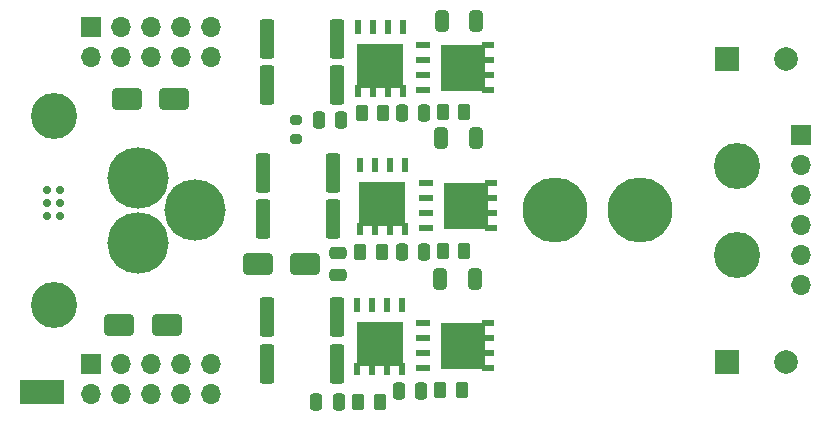
<source format=gts>
%TF.GenerationSoftware,KiCad,Pcbnew,8.0.1*%
%TF.CreationDate,2024-08-04T15:08:54+01:00*%
%TF.ProjectId,driver_module,64726976-6572-45f6-9d6f-64756c652e6b,1*%
%TF.SameCoordinates,Original*%
%TF.FileFunction,Soldermask,Top*%
%TF.FilePolarity,Negative*%
%FSLAX46Y46*%
G04 Gerber Fmt 4.6, Leading zero omitted, Abs format (unit mm)*
G04 Created by KiCad (PCBNEW 8.0.1) date 2024-08-04 15:08:54*
%MOMM*%
%LPD*%
G01*
G04 APERTURE LIST*
G04 Aperture macros list*
%AMRoundRect*
0 Rectangle with rounded corners*
0 $1 Rounding radius*
0 $2 $3 $4 $5 $6 $7 $8 $9 X,Y pos of 4 corners*
0 Add a 4 corners polygon primitive as box body*
4,1,4,$2,$3,$4,$5,$6,$7,$8,$9,$2,$3,0*
0 Add four circle primitives for the rounded corners*
1,1,$1+$1,$2,$3*
1,1,$1+$1,$4,$5*
1,1,$1+$1,$6,$7*
1,1,$1+$1,$8,$9*
0 Add four rect primitives between the rounded corners*
20,1,$1+$1,$2,$3,$4,$5,0*
20,1,$1+$1,$4,$5,$6,$7,0*
20,1,$1+$1,$6,$7,$8,$9,0*
20,1,$1+$1,$8,$9,$2,$3,0*%
G04 Aperture macros list end*
%ADD10C,3.900000*%
%ADD11R,2.000000X2.000000*%
%ADD12C,2.000000*%
%ADD13RoundRect,0.250000X0.262500X0.450000X-0.262500X0.450000X-0.262500X-0.450000X0.262500X-0.450000X0*%
%ADD14RoundRect,0.200000X-0.275000X0.200000X-0.275000X-0.200000X0.275000X-0.200000X0.275000X0.200000X0*%
%ADD15RoundRect,0.250000X0.250000X0.475000X-0.250000X0.475000X-0.250000X-0.475000X0.250000X-0.475000X0*%
%ADD16RoundRect,0.250000X1.000000X0.650000X-1.000000X0.650000X-1.000000X-0.650000X1.000000X-0.650000X0*%
%ADD17RoundRect,0.250000X0.325000X0.650000X-0.325000X0.650000X-0.325000X-0.650000X0.325000X-0.650000X0*%
%ADD18R,0.610000X1.270000*%
%ADD19R,3.910000X3.810000*%
%ADD20R,0.610000X1.020000*%
%ADD21C,5.500000*%
%ADD22C,5.200000*%
%ADD23R,1.270000X0.610000*%
%ADD24R,3.810000X3.910000*%
%ADD25R,1.020000X0.610000*%
%ADD26RoundRect,0.250000X0.362500X1.425000X-0.362500X1.425000X-0.362500X-1.425000X0.362500X-1.425000X0*%
%ADD27RoundRect,0.250000X-0.475000X0.250000X-0.475000X-0.250000X0.475000X-0.250000X0.475000X0.250000X0*%
%ADD28R,3.800000X2.000000*%
%ADD29RoundRect,0.250000X-1.000000X-0.650000X1.000000X-0.650000X1.000000X0.650000X-1.000000X0.650000X0*%
%ADD30R,1.700000X1.700000*%
%ADD31O,1.700000X1.700000*%
%ADD32C,0.700000*%
G04 APERTURE END LIST*
D10*
%TO.C,H1*%
X175300000Y-103800000D03*
%TD*%
D11*
%TO.C,C6*%
X174500000Y-87200000D03*
D12*
X179500000Y-87200000D03*
%TD*%
D13*
%TO.C,R86*%
X152032450Y-115241269D03*
X150207450Y-115241269D03*
%TD*%
D14*
%TO.C,TH1*%
X138009999Y-92300000D03*
X138009999Y-93950000D03*
%TD*%
D15*
%TO.C,C106*%
X148818732Y-103519951D03*
X146918732Y-103519951D03*
%TD*%
D16*
%TO.C,D9*%
X127696268Y-90540050D03*
X123696268Y-90540050D03*
%TD*%
D17*
%TO.C,C77*%
X153109950Y-105816268D03*
X150159950Y-105816268D03*
%TD*%
D10*
%TO.C,H6*%
X117500000Y-108000000D03*
%TD*%
%TO.C,H7*%
X175300000Y-96200000D03*
%TD*%
D13*
%TO.C,R91*%
X152243768Y-103400051D03*
X150418768Y-103400051D03*
%TD*%
D18*
%TO.C,AL2*%
X146989950Y-107966767D03*
X145719950Y-107966767D03*
X144449950Y-107966767D03*
X143179950Y-107966767D03*
D19*
X145084950Y-111326767D03*
D20*
X146989950Y-113431767D03*
X145719950Y-113431767D03*
X144449950Y-113431767D03*
X143179950Y-113431767D03*
%TD*%
D21*
%TO.C,J21*%
X159900000Y-100000000D03*
X167100000Y-100000000D03*
%TD*%
D15*
%TO.C,C101*%
X148591269Y-115250050D03*
X146691269Y-115250050D03*
%TD*%
D10*
%TO.C,H5*%
X117500000Y-92000000D03*
%TD*%
D13*
%TO.C,R88*%
X152221232Y-91679950D03*
X150396232Y-91679950D03*
%TD*%
D22*
%TO.C,J19*%
X124650000Y-97250000D03*
X124650000Y-102750000D03*
X129410000Y-100000000D03*
%TD*%
D18*
%TO.C,BL2*%
X147189948Y-96126268D03*
X145919948Y-96126268D03*
X144649948Y-96126268D03*
X143379948Y-96126268D03*
D19*
X145284948Y-99486268D03*
D20*
X147189948Y-101591268D03*
X145919948Y-101591268D03*
X144649948Y-101591268D03*
X143379948Y-101591268D03*
%TD*%
D15*
%TO.C,C102*%
X141608731Y-116249950D03*
X139708731Y-116249950D03*
%TD*%
D23*
%TO.C,BH2*%
X149014950Y-97691268D03*
X149014950Y-98961268D03*
X149014950Y-100231268D03*
X149014950Y-101501268D03*
D24*
X152374950Y-99596268D03*
D25*
X154479950Y-97691268D03*
X154479950Y-98961268D03*
X154479950Y-100231268D03*
X154479950Y-101501268D03*
%TD*%
D23*
%TO.C,CH2*%
X148764951Y-86011269D03*
X148764951Y-87281269D03*
X148764951Y-88551269D03*
X148764951Y-89821269D03*
D24*
X152124951Y-87916269D03*
D25*
X154229951Y-86011269D03*
X154229951Y-87281269D03*
X154229951Y-88551269D03*
X154229951Y-89821269D03*
%TD*%
D18*
%TO.C,CL2*%
X147039950Y-84446268D03*
X145769950Y-84446268D03*
X144499950Y-84446268D03*
X143229950Y-84446268D03*
D19*
X145134950Y-87806268D03*
D20*
X147039950Y-89911268D03*
X145769950Y-89911268D03*
X144499950Y-89911268D03*
X143229950Y-89911268D03*
%TD*%
D13*
%TO.C,R87*%
X145071231Y-116219950D03*
X143246231Y-116219950D03*
%TD*%
D17*
%TO.C,C79*%
X153209951Y-93866267D03*
X150259951Y-93866267D03*
%TD*%
D13*
%TO.C,R90*%
X145243768Y-103525050D03*
X143418768Y-103525050D03*
%TD*%
%TO.C,R89*%
X145371232Y-91729950D03*
X143546232Y-91729950D03*
%TD*%
D23*
%TO.C,AH2*%
X148739950Y-109541268D03*
X148739950Y-110811268D03*
X148739950Y-112081268D03*
X148739950Y-113351268D03*
D24*
X152099950Y-111446268D03*
D25*
X154204950Y-109541268D03*
X154204950Y-110811268D03*
X154204950Y-112081268D03*
X154204950Y-113351268D03*
%TD*%
D26*
%TO.C,R114*%
X141452451Y-85481268D03*
X135527451Y-85481268D03*
%TD*%
D27*
%TO.C,C105*%
X141544949Y-103581268D03*
X141544949Y-105481268D03*
%TD*%
D28*
%TO.C,TP71*%
X116500000Y-115400000D03*
%TD*%
D26*
%TO.C,R113*%
X141452451Y-109021268D03*
X135527451Y-109021268D03*
%TD*%
%TO.C,R105*%
X141452451Y-112986269D03*
X135527451Y-112986269D03*
%TD*%
D15*
%TO.C,C104*%
X141808732Y-92379950D03*
X139908732Y-92379950D03*
%TD*%
D29*
%TO.C,D8*%
X134753732Y-104559950D03*
X138753732Y-104559950D03*
%TD*%
D26*
%TO.C,R5*%
X141117500Y-96815000D03*
X135192500Y-96815000D03*
%TD*%
%TO.C,R109*%
X141452451Y-89411268D03*
X135527451Y-89411268D03*
%TD*%
D15*
%TO.C,C103*%
X148841268Y-91710050D03*
X146941268Y-91710050D03*
%TD*%
D11*
%TO.C,C3*%
X174500000Y-112800000D03*
D12*
X179500000Y-112800000D03*
%TD*%
D26*
%TO.C,R4*%
X141117500Y-100755000D03*
X135192500Y-100755000D03*
%TD*%
D17*
%TO.C,C78*%
X153259950Y-83916268D03*
X150309950Y-83916268D03*
%TD*%
D16*
%TO.C,D18*%
X127040050Y-109738731D03*
X123040050Y-109738731D03*
%TD*%
D30*
%TO.C,J6*%
X180750000Y-93650000D03*
D31*
X180750000Y-96190000D03*
X180750000Y-98730000D03*
X180750000Y-101270000D03*
X180750000Y-103810000D03*
X180750000Y-106350000D03*
%TD*%
D30*
%TO.C,J4*%
X120650000Y-112960000D03*
D31*
X120650000Y-115500000D03*
X123190000Y-112960000D03*
X123190000Y-115500000D03*
X125730000Y-112960000D03*
X125730000Y-115500000D03*
X128270000Y-112960000D03*
X128270000Y-115500000D03*
X130810000Y-112960000D03*
X130810000Y-115500000D03*
%TD*%
D30*
%TO.C,J5*%
X120650000Y-84500000D03*
D31*
X120650000Y-87040000D03*
X123190000Y-84500000D03*
X123190000Y-87040000D03*
X125730000Y-84500000D03*
X125730000Y-87040000D03*
X128270000Y-84500000D03*
X128270000Y-87040000D03*
X130810000Y-84500000D03*
X130810000Y-87040000D03*
%TD*%
D32*
%TO.C,U3*%
X116875002Y-98275001D03*
X116875002Y-99375001D03*
X116875002Y-100475001D03*
X117975000Y-98275001D03*
X117975000Y-99375001D03*
X117975000Y-100475001D03*
%TD*%
M02*

</source>
